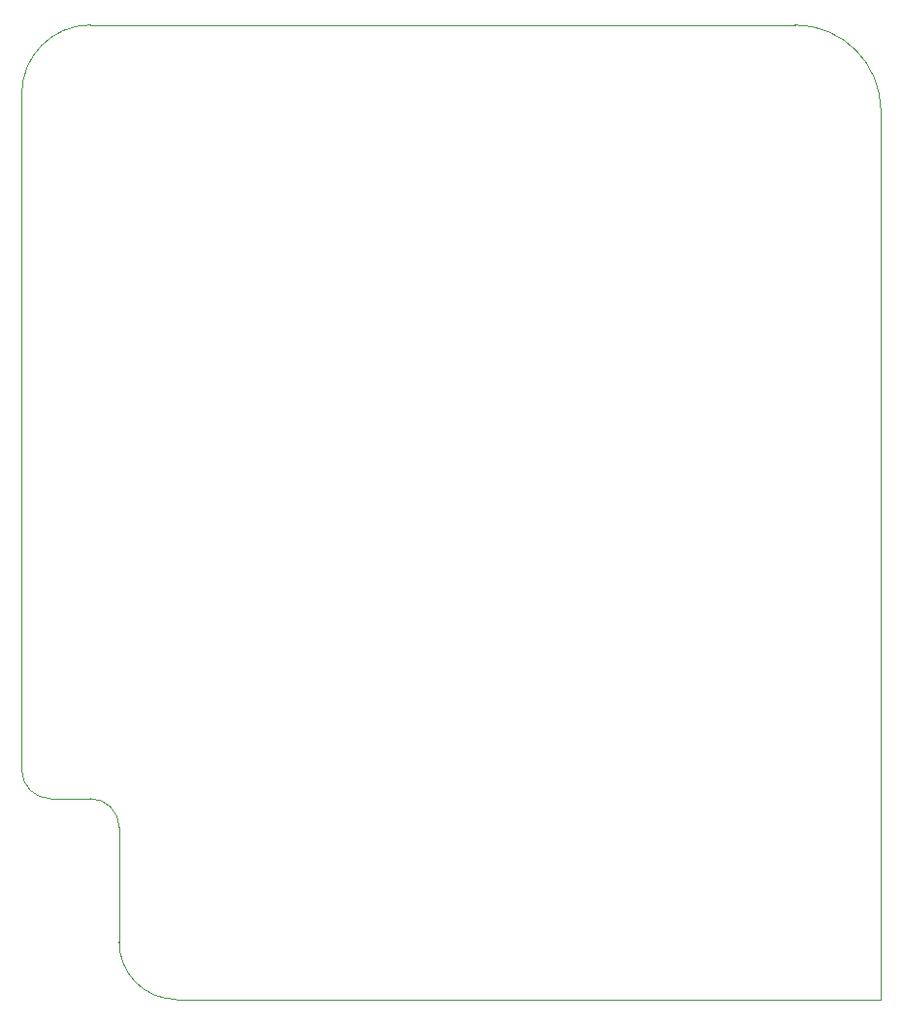
<source format=gbr>
G04 #@! TF.GenerationSoftware,KiCad,Pcbnew,5.1.5-52549c5~84~ubuntu18.04.1*
G04 #@! TF.CreationDate,2020-03-11T20:24:25-03:00*
G04 #@! TF.ProjectId,raspberry_pi_hat,72617370-6265-4727-9279-5f70695f6861,rev?*
G04 #@! TF.SameCoordinates,PX47868c0PY7bfa480*
G04 #@! TF.FileFunction,Profile,NP*
%FSLAX46Y46*%
G04 Gerber Fmt 4.6, Leading zero omitted, Abs format (unit mm)*
G04 Created by KiCad (PCBNEW 5.1.5-52549c5~84~ubuntu18.04.1) date 2020-03-11 20:24:25*
%MOMM*%
%LPD*%
G04 APERTURE LIST*
%ADD10C,0.050000*%
G04 APERTURE END LIST*
D10*
X2500000Y17500000D02*
G75*
G02X0Y20000000I0J2500000D01*
G01*
X6000000Y17500000D02*
G75*
G02X8500000Y15000000I0J-2500000D01*
G01*
X13500000Y0D02*
G75*
G02X8500000Y5000000I0J5000000D01*
G01*
X8500000Y15000000D02*
X8500000Y5000000D01*
X2500000Y17500000D02*
X6000000Y17500000D01*
X67500000Y85000000D02*
G75*
G02X75000000Y77500000I0J-7500000D01*
G01*
X0Y79000000D02*
G75*
G02X6000000Y85000000I6000000J0D01*
G01*
X75000000Y77500000D02*
X75000000Y0D01*
X6000000Y85000000D02*
X67500000Y85000000D01*
X0Y20000000D02*
X0Y79000000D01*
X75000000Y0D02*
X13500000Y0D01*
M02*

</source>
